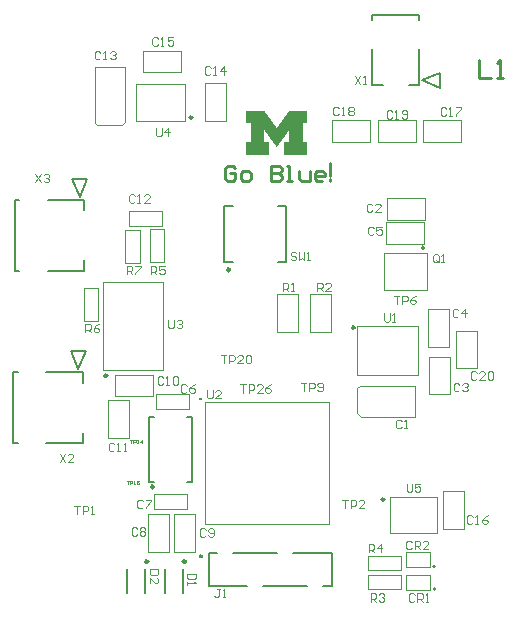
<source format=gto>
G04*
G04 #@! TF.GenerationSoftware,Altium Limited,Altium Designer,23.7.1 (13)*
G04*
G04 Layer_Color=65535*
%FSLAX25Y25*%
%MOIN*%
G70*
G04*
G04 #@! TF.SameCoordinates,FE150CF2-D92F-4AEA-AE3F-07D5F2836877*
G04*
G04*
G04 #@! TF.FilePolarity,Positive*
G04*
G01*
G75*
%ADD10C,0.01000*%
%ADD11C,0.00600*%
%ADD12C,0.00394*%
%ADD13C,0.00500*%
G36*
X82328Y171668D02*
X87636D01*
Y171633D01*
X87653D01*
Y171615D01*
X87671D01*
Y171580D01*
X87689D01*
Y171562D01*
X87706D01*
Y171545D01*
X87724D01*
Y171509D01*
X87742D01*
Y171492D01*
X87759D01*
Y171474D01*
X87777D01*
Y171439D01*
X87795D01*
Y171421D01*
X87812D01*
Y171386D01*
X87830D01*
Y171368D01*
X87848D01*
Y171351D01*
X87865D01*
Y171316D01*
X87883D01*
Y171298D01*
X87900D01*
Y171280D01*
X87918D01*
Y171245D01*
X87936D01*
Y171227D01*
X87953D01*
Y171192D01*
X87971D01*
Y171174D01*
X87989D01*
Y171157D01*
X88006D01*
Y171122D01*
X88024D01*
Y171104D01*
X88042D01*
Y171069D01*
X88059D01*
Y171051D01*
X88077D01*
Y171033D01*
X88094D01*
Y170998D01*
X88112D01*
Y170980D01*
X88130D01*
Y170963D01*
X88147D01*
Y170928D01*
X88165D01*
Y170910D01*
X88182D01*
Y170875D01*
X88200D01*
Y170857D01*
X88218D01*
Y170839D01*
X88235D01*
Y170804D01*
X88253D01*
Y170786D01*
X88271D01*
Y170751D01*
X88288D01*
Y170733D01*
X88306D01*
Y170716D01*
X88324D01*
Y170681D01*
X88341D01*
Y170663D01*
X88359D01*
Y170645D01*
X88376D01*
Y170610D01*
X88394D01*
Y170592D01*
X88412D01*
Y170557D01*
X88429D01*
Y170540D01*
X88447D01*
Y170522D01*
X88465D01*
Y170487D01*
X88482D01*
Y170469D01*
X88500D01*
Y170451D01*
X88518D01*
Y170416D01*
X88535D01*
Y170398D01*
X88553D01*
Y170363D01*
X88570D01*
Y170346D01*
X88588D01*
Y170328D01*
X88606D01*
Y170293D01*
X88623D01*
Y170275D01*
X88641D01*
Y170240D01*
X88659D01*
Y170222D01*
X88676D01*
Y170204D01*
X88694D01*
Y170169D01*
X88712D01*
Y170152D01*
X88729D01*
Y170134D01*
X88747D01*
Y170099D01*
X88764D01*
Y170081D01*
X88782D01*
Y170046D01*
X88800D01*
Y170028D01*
X88817D01*
Y170011D01*
X88835D01*
Y169975D01*
X88853D01*
Y169958D01*
X88870D01*
Y169940D01*
X88888D01*
Y169905D01*
X88906D01*
Y169887D01*
X88923D01*
Y169852D01*
X88941D01*
Y169834D01*
X88958D01*
Y169817D01*
X88976D01*
Y169781D01*
X88994D01*
Y169764D01*
X89011D01*
Y169728D01*
X89029D01*
Y169711D01*
X89047D01*
Y169693D01*
X89064D01*
Y169658D01*
X89082D01*
Y169640D01*
X89100D01*
Y169623D01*
X89117D01*
Y169587D01*
X89135D01*
Y169570D01*
X89152D01*
Y169535D01*
X89170D01*
Y169517D01*
X89188D01*
Y169499D01*
X89205D01*
Y169464D01*
X89223D01*
Y169446D01*
X89240D01*
Y169411D01*
X89258D01*
Y169393D01*
X89276D01*
Y169376D01*
X89293D01*
Y169341D01*
X89311D01*
Y169323D01*
X89329D01*
Y169305D01*
X89346D01*
Y169270D01*
X89364D01*
Y169252D01*
X89382D01*
Y169217D01*
X89399D01*
Y169199D01*
X89417D01*
Y169182D01*
X89434D01*
Y169147D01*
X89452D01*
Y169129D01*
X89470D01*
Y169111D01*
X89487D01*
Y169076D01*
X89505D01*
Y169058D01*
X89523D01*
Y169023D01*
X89540D01*
Y169006D01*
X89558D01*
Y168988D01*
X89576D01*
Y168953D01*
X89593D01*
Y168935D01*
X89611D01*
Y168900D01*
X89628D01*
Y168882D01*
X89646D01*
Y168864D01*
X89664D01*
Y168829D01*
X89681D01*
Y168812D01*
X89699D01*
Y168794D01*
X89717D01*
Y168759D01*
X89734D01*
Y168741D01*
X89752D01*
Y168706D01*
X89770D01*
Y168688D01*
X89787D01*
Y168670D01*
X89805D01*
Y168635D01*
X89822D01*
Y168617D01*
X89840D01*
Y168600D01*
X89858D01*
Y168565D01*
X89875D01*
Y168547D01*
X89893D01*
Y168512D01*
X89911D01*
Y168494D01*
X89928D01*
Y168476D01*
X89946D01*
Y168441D01*
X89964D01*
Y168424D01*
X89981D01*
Y168388D01*
X89999D01*
Y168371D01*
X90016D01*
Y168353D01*
X90034D01*
Y168318D01*
X90052D01*
Y168300D01*
X90069D01*
Y168282D01*
X90087D01*
Y168247D01*
X90105D01*
Y168230D01*
X90122D01*
Y168194D01*
X90140D01*
Y168177D01*
X90158D01*
Y168159D01*
X90175D01*
Y168124D01*
X90193D01*
Y168106D01*
X90210D01*
Y168071D01*
X90228D01*
Y168053D01*
X90246D01*
Y168036D01*
X90263D01*
Y168000D01*
X90281D01*
Y167983D01*
X90298D01*
Y167965D01*
X90316D01*
Y167930D01*
X90334D01*
Y167912D01*
X90351D01*
Y167877D01*
X90369D01*
Y167859D01*
X90387D01*
Y167842D01*
X90404D01*
Y167806D01*
X90422D01*
Y167789D01*
X90440D01*
Y167771D01*
X90457D01*
Y167736D01*
X90475D01*
Y167718D01*
X90492D01*
Y167683D01*
X90510D01*
Y167665D01*
X90528D01*
Y167648D01*
X90545D01*
Y167612D01*
X90563D01*
Y167595D01*
X90581D01*
Y167560D01*
X90598D01*
Y167542D01*
X90616D01*
Y167524D01*
X90634D01*
Y167489D01*
X90651D01*
Y167471D01*
X90669D01*
Y167454D01*
X90687D01*
Y167419D01*
X90704D01*
Y167401D01*
X90722D01*
Y167366D01*
X90739D01*
Y167348D01*
X90757D01*
Y167330D01*
X90775D01*
Y167295D01*
X90792D01*
Y167277D01*
X90810D01*
Y167242D01*
X90828D01*
Y167225D01*
X90845D01*
Y167207D01*
X90863D01*
Y167172D01*
X90880D01*
Y167154D01*
X90898D01*
Y167136D01*
X90916D01*
Y167101D01*
X90933D01*
Y167083D01*
X90951D01*
Y167048D01*
X90969D01*
Y167031D01*
X90986D01*
Y167013D01*
X91004D01*
Y166978D01*
X91022D01*
Y166960D01*
X91039D01*
Y166942D01*
X91057D01*
Y166907D01*
X91074D01*
Y166890D01*
X91092D01*
Y166854D01*
X91110D01*
Y166837D01*
X91127D01*
Y166819D01*
X91145D01*
Y166784D01*
X91163D01*
Y166766D01*
X91180D01*
Y166731D01*
X91198D01*
Y166713D01*
X91215D01*
Y166695D01*
X91233D01*
Y166660D01*
X91251D01*
Y166643D01*
X91268D01*
Y166625D01*
X91286D01*
Y166590D01*
X91304D01*
Y166572D01*
X91321D01*
Y166537D01*
X91339D01*
Y166519D01*
X91357D01*
Y166501D01*
X91374D01*
Y166466D01*
X91392D01*
Y166449D01*
X91409D01*
Y166431D01*
X91427D01*
Y166396D01*
X91445D01*
Y166378D01*
X91462D01*
Y166343D01*
X91480D01*
Y166325D01*
X91498D01*
Y166307D01*
X91515D01*
Y166272D01*
X91533D01*
Y166255D01*
X91550D01*
Y166219D01*
X91568D01*
Y166202D01*
X91586D01*
Y166184D01*
X91603D01*
Y166149D01*
X91621D01*
Y166131D01*
X91639D01*
Y166114D01*
X91656D01*
Y166078D01*
X91674D01*
Y166061D01*
X91692D01*
Y166025D01*
X91709D01*
Y166008D01*
X91727D01*
Y165990D01*
X91745D01*
Y165955D01*
X91762D01*
Y165937D01*
X91780D01*
Y165920D01*
X91815D01*
Y165955D01*
X91833D01*
Y165972D01*
X91850D01*
Y165990D01*
X91868D01*
Y166025D01*
X91886D01*
Y166043D01*
X91903D01*
Y166078D01*
X91921D01*
Y166096D01*
X91939D01*
Y166114D01*
X91956D01*
Y166149D01*
X91974D01*
Y166166D01*
X91991D01*
Y166184D01*
X92009D01*
Y166219D01*
X92027D01*
Y166237D01*
X92044D01*
Y166272D01*
X92062D01*
Y166290D01*
X92080D01*
Y166307D01*
X92097D01*
Y166343D01*
X92115D01*
Y166360D01*
X92132D01*
Y166396D01*
X92150D01*
Y166413D01*
X92168D01*
Y166431D01*
X92185D01*
Y166466D01*
X92203D01*
Y166484D01*
X92221D01*
Y166501D01*
X92238D01*
Y166537D01*
X92256D01*
Y166554D01*
X92273D01*
Y166590D01*
X92291D01*
Y166607D01*
X92309D01*
Y166625D01*
X92326D01*
Y166660D01*
X92344D01*
Y166678D01*
X92362D01*
Y166713D01*
X92379D01*
Y166731D01*
X92397D01*
Y166748D01*
X92415D01*
Y166784D01*
X92432D01*
Y166801D01*
X92450D01*
Y166819D01*
X92467D01*
Y166854D01*
X92485D01*
Y166872D01*
X92503D01*
Y166907D01*
X92520D01*
Y166925D01*
X92538D01*
Y166942D01*
X92556D01*
Y166978D01*
X92573D01*
Y166995D01*
X92591D01*
Y167013D01*
X92608D01*
Y167048D01*
X92626D01*
Y167066D01*
X92644D01*
Y167101D01*
X92661D01*
Y167119D01*
X92679D01*
Y167136D01*
X92697D01*
Y167172D01*
X92714D01*
Y167189D01*
X92732D01*
Y167225D01*
X92750D01*
Y167242D01*
X92767D01*
Y167260D01*
X92785D01*
Y167295D01*
X92803D01*
Y167313D01*
X92820D01*
Y167330D01*
X92838D01*
Y167366D01*
X92855D01*
Y167383D01*
X92873D01*
Y167419D01*
X92891D01*
Y167436D01*
X92908D01*
Y167454D01*
X92926D01*
Y167489D01*
X92944D01*
Y167507D01*
X92961D01*
Y167524D01*
X92979D01*
Y167560D01*
X92997D01*
Y167577D01*
X93014D01*
Y167612D01*
X93032D01*
Y167630D01*
X93049D01*
Y167648D01*
X93067D01*
Y167683D01*
X93085D01*
Y167701D01*
X93102D01*
Y167736D01*
X93120D01*
Y167754D01*
X93138D01*
Y167771D01*
X93155D01*
Y167806D01*
X93173D01*
Y167824D01*
X93190D01*
Y167842D01*
X93208D01*
Y167877D01*
X93226D01*
Y167895D01*
X93243D01*
Y167930D01*
X93261D01*
Y167947D01*
X93279D01*
Y167965D01*
X93296D01*
Y168000D01*
X93314D01*
Y168018D01*
X93331D01*
Y168053D01*
X93349D01*
Y168071D01*
X93367D01*
Y168088D01*
X93384D01*
Y168124D01*
X93402D01*
Y168141D01*
X93420D01*
Y168159D01*
X93437D01*
Y168194D01*
X93455D01*
Y168212D01*
X93473D01*
Y168247D01*
X93490D01*
Y168265D01*
X93508D01*
Y168282D01*
X93525D01*
Y168318D01*
X93543D01*
Y168335D01*
X93561D01*
Y168353D01*
X93578D01*
Y168388D01*
X93596D01*
Y168406D01*
X93614D01*
Y168441D01*
X93631D01*
Y168459D01*
X93649D01*
Y168476D01*
X93666D01*
Y168512D01*
X93684D01*
Y168529D01*
X93702D01*
Y168565D01*
X93719D01*
Y168582D01*
X93737D01*
Y168600D01*
X93755D01*
Y168635D01*
X93772D01*
Y168653D01*
X93790D01*
Y168670D01*
X93808D01*
Y168706D01*
X93825D01*
Y168723D01*
X93843D01*
Y168759D01*
X93861D01*
Y168776D01*
X93878D01*
Y168794D01*
X93896D01*
Y168829D01*
X93913D01*
Y168847D01*
X93931D01*
Y168864D01*
X93949D01*
Y168900D01*
X93966D01*
Y168917D01*
X93984D01*
Y168953D01*
X94002D01*
Y168970D01*
X94019D01*
Y168988D01*
X94037D01*
Y169023D01*
X94055D01*
Y169041D01*
X94072D01*
Y169076D01*
X94090D01*
Y169094D01*
X94107D01*
Y169111D01*
X94125D01*
Y169147D01*
X94143D01*
Y169164D01*
X94160D01*
Y169182D01*
X94178D01*
Y169217D01*
X94195D01*
Y169235D01*
X94213D01*
Y169270D01*
X94231D01*
Y169288D01*
X94248D01*
Y169305D01*
X94266D01*
Y169341D01*
X94284D01*
Y169358D01*
X94301D01*
Y169393D01*
X94319D01*
Y169411D01*
X94337D01*
Y169429D01*
X94354D01*
Y169464D01*
X94372D01*
Y169482D01*
X94389D01*
Y169499D01*
X94407D01*
Y169535D01*
X94425D01*
Y169552D01*
X94442D01*
Y169587D01*
X94460D01*
Y169605D01*
X94478D01*
Y169623D01*
X94495D01*
Y169658D01*
X94513D01*
Y169676D01*
X94531D01*
Y169693D01*
X94548D01*
Y169728D01*
X94566D01*
Y169746D01*
X94583D01*
Y169781D01*
X94601D01*
Y169799D01*
X94619D01*
Y169817D01*
X94636D01*
Y169852D01*
X94654D01*
Y169869D01*
X94672D01*
Y169905D01*
X94689D01*
Y169922D01*
X94707D01*
Y169940D01*
X94725D01*
Y169975D01*
X94742D01*
Y169993D01*
X94760D01*
Y170011D01*
X94777D01*
Y170046D01*
X94795D01*
Y170063D01*
X94813D01*
Y170099D01*
X94830D01*
Y170116D01*
X94848D01*
Y170134D01*
X94866D01*
Y170169D01*
X94883D01*
Y170187D01*
X94901D01*
Y170204D01*
X94919D01*
Y170240D01*
X94936D01*
Y170257D01*
X94954D01*
Y170293D01*
X94971D01*
Y170310D01*
X94989D01*
Y170328D01*
X95007D01*
Y170363D01*
X95024D01*
Y170381D01*
X95042D01*
Y170416D01*
X95060D01*
Y170434D01*
X95077D01*
Y170451D01*
X95095D01*
Y170487D01*
X95113D01*
Y170504D01*
X95130D01*
Y170522D01*
X95148D01*
Y170557D01*
X95165D01*
Y170575D01*
X95183D01*
Y170610D01*
X95201D01*
Y170628D01*
X95218D01*
Y170645D01*
X95236D01*
Y170681D01*
X95253D01*
Y170698D01*
X95271D01*
Y170733D01*
X95289D01*
Y170751D01*
X95306D01*
Y170769D01*
X95324D01*
Y170804D01*
X95342D01*
Y170822D01*
X95359D01*
Y170839D01*
X95377D01*
Y170875D01*
X95395D01*
Y170892D01*
X95412D01*
Y170928D01*
X95430D01*
Y170945D01*
X95447D01*
Y170963D01*
X95465D01*
Y170998D01*
X95483D01*
Y171016D01*
X95500D01*
Y171033D01*
X95518D01*
Y171069D01*
X95536D01*
Y171086D01*
X95553D01*
Y171122D01*
X95571D01*
Y171139D01*
X95589D01*
Y171157D01*
X95606D01*
Y171192D01*
X95624D01*
Y171210D01*
X95641D01*
Y171245D01*
X95659D01*
Y171263D01*
X95677D01*
Y171280D01*
X95694D01*
Y171316D01*
X95712D01*
Y171333D01*
X95730D01*
Y171351D01*
X95747D01*
Y171386D01*
X95765D01*
Y171404D01*
X95783D01*
Y171439D01*
X95800D01*
Y171457D01*
X95818D01*
Y171474D01*
X95836D01*
Y171509D01*
X95853D01*
Y171527D01*
X95871D01*
Y171562D01*
X95888D01*
Y171580D01*
X95906D01*
Y171598D01*
X95924D01*
Y171633D01*
X95941D01*
Y171651D01*
X95959D01*
Y171668D01*
X102007D01*
Y167560D01*
X100455D01*
Y167542D01*
X100438D01*
Y161159D01*
X102007D01*
Y157050D01*
X94319D01*
Y161159D01*
X95977D01*
Y165302D01*
X95959D01*
Y165285D01*
X95941D01*
Y165250D01*
X95924D01*
Y165232D01*
X95906D01*
Y165214D01*
X95888D01*
Y165179D01*
X95871D01*
Y165161D01*
X95853D01*
Y165126D01*
X95836D01*
Y165109D01*
X95818D01*
Y165091D01*
X95800D01*
Y165056D01*
X95783D01*
Y165038D01*
X95765D01*
Y165020D01*
X95747D01*
Y164985D01*
X95730D01*
Y164967D01*
X95712D01*
Y164932D01*
X95694D01*
Y164915D01*
X95677D01*
Y164897D01*
X95659D01*
Y164862D01*
X95641D01*
Y164844D01*
X95624D01*
Y164826D01*
X95606D01*
Y164791D01*
X95589D01*
Y164773D01*
X95571D01*
Y164756D01*
X95553D01*
Y164720D01*
X95536D01*
Y164703D01*
X95518D01*
Y164668D01*
X95500D01*
Y164650D01*
X95483D01*
Y164632D01*
X95465D01*
Y164597D01*
X95447D01*
Y164579D01*
X95430D01*
Y164562D01*
X95412D01*
Y164527D01*
X95395D01*
Y164509D01*
X95377D01*
Y164491D01*
X95359D01*
Y164456D01*
X95342D01*
Y164438D01*
X95324D01*
Y164403D01*
X95306D01*
Y164385D01*
X95289D01*
Y164368D01*
X95271D01*
Y164333D01*
X95253D01*
Y164315D01*
X95236D01*
Y164297D01*
X95218D01*
Y164262D01*
X95201D01*
Y164244D01*
X95183D01*
Y164209D01*
X95165D01*
Y164191D01*
X95148D01*
Y164174D01*
X95130D01*
Y164139D01*
X95113D01*
Y164121D01*
X95095D01*
Y164103D01*
X95077D01*
Y164068D01*
X95060D01*
Y164050D01*
X95042D01*
Y164033D01*
X95024D01*
Y163998D01*
X95007D01*
Y163980D01*
X94989D01*
Y163945D01*
X94971D01*
Y163927D01*
X94954D01*
Y163909D01*
X94936D01*
Y163874D01*
X94919D01*
Y163856D01*
X94901D01*
Y163839D01*
X94883D01*
Y163804D01*
X94866D01*
Y163786D01*
X94848D01*
Y163751D01*
X94830D01*
Y163733D01*
X94813D01*
Y163715D01*
X94795D01*
Y163680D01*
X94777D01*
Y163663D01*
X94760D01*
Y163645D01*
X94742D01*
Y163610D01*
X94725D01*
Y163592D01*
X94707D01*
Y163574D01*
X94689D01*
Y163539D01*
X94672D01*
Y163522D01*
X94654D01*
Y163486D01*
X94636D01*
Y163469D01*
X94619D01*
Y163451D01*
X94601D01*
Y163416D01*
X94583D01*
Y163398D01*
X94566D01*
Y163380D01*
X94548D01*
Y163345D01*
X94531D01*
Y163328D01*
X94513D01*
Y163310D01*
X94495D01*
Y163275D01*
X94478D01*
Y163257D01*
X94460D01*
Y163222D01*
X94442D01*
Y163204D01*
X94425D01*
Y163186D01*
X94407D01*
Y163151D01*
X94389D01*
Y163134D01*
X94372D01*
Y163116D01*
X94354D01*
Y163081D01*
X94337D01*
Y163063D01*
X94319D01*
Y163028D01*
X94301D01*
Y163010D01*
X94284D01*
Y162993D01*
X94266D01*
Y162957D01*
X94248D01*
Y162940D01*
X94231D01*
Y162922D01*
X94213D01*
Y162887D01*
X94195D01*
Y162869D01*
X94178D01*
Y162851D01*
X94160D01*
Y162816D01*
X94143D01*
Y162799D01*
X94125D01*
Y162763D01*
X94107D01*
Y162746D01*
X94090D01*
Y162728D01*
X94072D01*
Y162693D01*
X94055D01*
Y162675D01*
X94037D01*
Y162657D01*
X94019D01*
Y162622D01*
X94002D01*
Y162604D01*
X93984D01*
Y162569D01*
X93966D01*
Y162552D01*
X93949D01*
Y162534D01*
X93931D01*
Y162499D01*
X93913D01*
Y162481D01*
X93896D01*
Y162463D01*
X93878D01*
Y162428D01*
X93861D01*
Y162410D01*
X93843D01*
Y162393D01*
X93825D01*
Y162358D01*
X93808D01*
Y162340D01*
X93790D01*
Y162305D01*
X93772D01*
Y162287D01*
X93755D01*
Y162269D01*
X93737D01*
Y162234D01*
X93719D01*
Y162217D01*
X93702D01*
Y162199D01*
X93684D01*
Y162164D01*
X93666D01*
Y162146D01*
X93649D01*
Y162128D01*
X93631D01*
Y162093D01*
X93614D01*
Y162075D01*
X93596D01*
Y162040D01*
X93578D01*
Y162023D01*
X93561D01*
Y162005D01*
X93543D01*
Y161970D01*
X93525D01*
Y161952D01*
X93508D01*
Y161934D01*
X93490D01*
Y161899D01*
X93473D01*
Y161881D01*
X93455D01*
Y161846D01*
X93437D01*
Y161829D01*
X93420D01*
Y161811D01*
X93402D01*
Y161776D01*
X93384D01*
Y161758D01*
X93367D01*
Y161741D01*
X93349D01*
Y161705D01*
X93331D01*
Y161688D01*
X93314D01*
Y161670D01*
X93296D01*
Y161635D01*
X93279D01*
Y161617D01*
X93261D01*
Y161582D01*
X93243D01*
Y161564D01*
X93226D01*
Y161547D01*
X93208D01*
Y161511D01*
X93190D01*
Y161494D01*
X93173D01*
Y161476D01*
X93155D01*
Y161441D01*
X93138D01*
Y161423D01*
X93120D01*
Y161388D01*
X93102D01*
Y161370D01*
X93085D01*
Y161353D01*
X93067D01*
Y161317D01*
X93049D01*
Y161300D01*
X93032D01*
Y161282D01*
X93014D01*
Y161247D01*
X92997D01*
Y161229D01*
X92979D01*
Y161212D01*
X92961D01*
Y161176D01*
X92944D01*
Y161159D01*
X92926D01*
Y161123D01*
X92908D01*
Y161106D01*
X92891D01*
Y161088D01*
X92873D01*
Y161053D01*
X92855D01*
Y161035D01*
X92838D01*
Y161018D01*
X92820D01*
Y160982D01*
X92803D01*
Y160965D01*
X92785D01*
Y160947D01*
X92767D01*
Y160912D01*
X92750D01*
Y160894D01*
X92732D01*
Y160859D01*
X92714D01*
Y160841D01*
X92697D01*
Y160824D01*
X92679D01*
Y160788D01*
X92661D01*
Y160771D01*
X92644D01*
Y160753D01*
X92626D01*
Y160718D01*
X92608D01*
Y160700D01*
X92591D01*
Y160665D01*
X92573D01*
Y160647D01*
X92556D01*
Y160630D01*
X92538D01*
Y160594D01*
X92520D01*
Y160577D01*
X92503D01*
Y160559D01*
X92485D01*
Y160524D01*
X92467D01*
Y160506D01*
X92450D01*
Y160488D01*
X92432D01*
Y160453D01*
X92415D01*
Y160436D01*
X92397D01*
Y160400D01*
X92379D01*
Y160383D01*
X92362D01*
Y160365D01*
X92344D01*
Y160330D01*
X92326D01*
Y160312D01*
X92309D01*
Y160294D01*
X92291D01*
Y160259D01*
X92273D01*
Y160242D01*
X92256D01*
Y160206D01*
X92238D01*
Y160189D01*
X92221D01*
Y160171D01*
X92203D01*
Y160136D01*
X92185D01*
Y160118D01*
X92168D01*
Y160101D01*
X92150D01*
Y160065D01*
X92132D01*
Y160048D01*
X92115D01*
Y160030D01*
X92097D01*
Y159995D01*
X92080D01*
Y159977D01*
X92062D01*
Y159942D01*
X92044D01*
Y159924D01*
X92027D01*
Y159907D01*
X92009D01*
Y159871D01*
X91991D01*
Y159854D01*
X91974D01*
Y159836D01*
X91956D01*
Y159801D01*
X91939D01*
Y159783D01*
X91921D01*
Y159766D01*
X91903D01*
Y159730D01*
X91886D01*
Y159713D01*
X91868D01*
Y159677D01*
X91850D01*
Y159660D01*
X91833D01*
Y159642D01*
X91815D01*
Y159607D01*
X91780D01*
Y159625D01*
X91762D01*
Y159642D01*
X91745D01*
Y159677D01*
X91727D01*
Y159695D01*
X91709D01*
Y159713D01*
X91692D01*
Y159748D01*
X91674D01*
Y159766D01*
X91656D01*
Y159783D01*
X91639D01*
Y159818D01*
X91621D01*
Y159836D01*
X91603D01*
Y159871D01*
X91586D01*
Y159889D01*
X91568D01*
Y159907D01*
X91550D01*
Y159942D01*
X91533D01*
Y159959D01*
X91515D01*
Y159977D01*
X91498D01*
Y160012D01*
X91480D01*
Y160030D01*
X91462D01*
Y160065D01*
X91445D01*
Y160083D01*
X91427D01*
Y160101D01*
X91409D01*
Y160136D01*
X91392D01*
Y160153D01*
X91374D01*
Y160171D01*
X91357D01*
Y160206D01*
X91339D01*
Y160224D01*
X91321D01*
Y160242D01*
X91304D01*
Y160277D01*
X91286D01*
Y160294D01*
X91268D01*
Y160330D01*
X91251D01*
Y160347D01*
X91233D01*
Y160365D01*
X91215D01*
Y160400D01*
X91198D01*
Y160418D01*
X91180D01*
Y160436D01*
X91163D01*
Y160471D01*
X91145D01*
Y160488D01*
X91127D01*
Y160506D01*
X91110D01*
Y160541D01*
X91092D01*
Y160559D01*
X91074D01*
Y160594D01*
X91057D01*
Y160612D01*
X91039D01*
Y160630D01*
X91022D01*
Y160665D01*
X91004D01*
Y160682D01*
X90986D01*
Y160700D01*
X90969D01*
Y160735D01*
X90951D01*
Y160753D01*
X90933D01*
Y160788D01*
X90916D01*
Y160806D01*
X90898D01*
Y160824D01*
X90880D01*
Y160859D01*
X90863D01*
Y160876D01*
X90845D01*
Y160894D01*
X90828D01*
Y160929D01*
X90810D01*
Y160947D01*
X90792D01*
Y160965D01*
X90775D01*
Y161000D01*
X90757D01*
Y161018D01*
X90739D01*
Y161053D01*
X90722D01*
Y161070D01*
X90704D01*
Y161088D01*
X90687D01*
Y161123D01*
X90669D01*
Y161141D01*
X90651D01*
Y161159D01*
X90634D01*
Y161194D01*
X90616D01*
Y161212D01*
X90598D01*
Y161229D01*
X90581D01*
Y161264D01*
X90563D01*
Y161282D01*
X90545D01*
Y161317D01*
X90528D01*
Y161335D01*
X90510D01*
Y161353D01*
X90492D01*
Y161388D01*
X90475D01*
Y161405D01*
X90457D01*
Y161423D01*
X90440D01*
Y161458D01*
X90422D01*
Y161476D01*
X90404D01*
Y161511D01*
X90387D01*
Y161529D01*
X90369D01*
Y161547D01*
X90351D01*
Y161582D01*
X90334D01*
Y161599D01*
X90316D01*
Y161617D01*
X90298D01*
Y161652D01*
X90281D01*
Y161670D01*
X90263D01*
Y161688D01*
X90246D01*
Y161723D01*
X90228D01*
Y161741D01*
X90210D01*
Y161776D01*
X90193D01*
Y161793D01*
X90175D01*
Y161811D01*
X90158D01*
Y161846D01*
X90140D01*
Y161864D01*
X90122D01*
Y161881D01*
X90105D01*
Y161917D01*
X90087D01*
Y161934D01*
X90069D01*
Y161970D01*
X90052D01*
Y161987D01*
X90034D01*
Y162005D01*
X90016D01*
Y162040D01*
X89999D01*
Y162058D01*
X89981D01*
Y162075D01*
X89964D01*
Y162111D01*
X89946D01*
Y162128D01*
X89928D01*
Y162146D01*
X89911D01*
Y162181D01*
X89893D01*
Y162199D01*
X89875D01*
Y162234D01*
X89858D01*
Y162252D01*
X89840D01*
Y162269D01*
X89822D01*
Y162305D01*
X89805D01*
Y162322D01*
X89787D01*
Y162340D01*
X89770D01*
Y162375D01*
X89752D01*
Y162393D01*
X89734D01*
Y162410D01*
X89717D01*
Y162446D01*
X89699D01*
Y162463D01*
X89681D01*
Y162499D01*
X89664D01*
Y162516D01*
X89646D01*
Y162534D01*
X89628D01*
Y162569D01*
X89611D01*
Y162587D01*
X89593D01*
Y162604D01*
X89576D01*
Y162640D01*
X89558D01*
Y162657D01*
X89540D01*
Y162693D01*
X89523D01*
Y162710D01*
X89505D01*
Y162728D01*
X89487D01*
Y162763D01*
X89470D01*
Y162781D01*
X89452D01*
Y162799D01*
X89434D01*
Y162834D01*
X89417D01*
Y162851D01*
X89399D01*
Y162869D01*
X89382D01*
Y162904D01*
X89364D01*
Y162922D01*
X89346D01*
Y162957D01*
X89329D01*
Y162975D01*
X89311D01*
Y162993D01*
X89293D01*
Y163028D01*
X89276D01*
Y163045D01*
X89258D01*
Y163063D01*
X89240D01*
Y163098D01*
X89223D01*
Y163116D01*
X89205D01*
Y163151D01*
X89188D01*
Y163169D01*
X89170D01*
Y163186D01*
X89152D01*
Y163222D01*
X89135D01*
Y163239D01*
X89117D01*
Y163257D01*
X89100D01*
Y163292D01*
X89082D01*
Y163310D01*
X89064D01*
Y163328D01*
X89047D01*
Y163363D01*
X89029D01*
Y163380D01*
X89011D01*
Y163416D01*
X88994D01*
Y163433D01*
X88976D01*
Y163451D01*
X88958D01*
Y163486D01*
X88941D01*
Y163504D01*
X88923D01*
Y163522D01*
X88906D01*
Y163557D01*
X88888D01*
Y163574D01*
X88870D01*
Y163592D01*
X88853D01*
Y163627D01*
X88835D01*
Y163645D01*
X88817D01*
Y163680D01*
X88800D01*
Y163698D01*
X88782D01*
Y163715D01*
X88764D01*
Y163751D01*
X88747D01*
Y163768D01*
X88729D01*
Y163786D01*
X88712D01*
Y163821D01*
X88694D01*
Y163839D01*
X88676D01*
Y163874D01*
X88659D01*
Y163892D01*
X88641D01*
Y163909D01*
X88623D01*
Y163945D01*
X88606D01*
Y163962D01*
X88588D01*
Y163980D01*
X88570D01*
Y164015D01*
X88553D01*
Y164033D01*
X88535D01*
Y164050D01*
X88518D01*
Y164086D01*
X88500D01*
Y164103D01*
X88482D01*
Y164139D01*
X88465D01*
Y164156D01*
X88447D01*
Y164174D01*
X88429D01*
Y164209D01*
X88412D01*
Y164227D01*
X88394D01*
Y164244D01*
X88376D01*
Y164280D01*
X88359D01*
Y164297D01*
X88341D01*
Y164315D01*
X88324D01*
Y164350D01*
X88306D01*
Y164368D01*
X88288D01*
Y164403D01*
X88271D01*
Y164421D01*
X88253D01*
Y164438D01*
X88235D01*
Y164474D01*
X88218D01*
Y164491D01*
X88200D01*
Y164509D01*
X88182D01*
Y164544D01*
X88165D01*
Y164562D01*
X88147D01*
Y164597D01*
X88130D01*
Y164615D01*
X88112D01*
Y164632D01*
X88094D01*
Y164668D01*
X88077D01*
Y164685D01*
X88059D01*
Y164703D01*
X88042D01*
Y164738D01*
X88024D01*
Y164756D01*
X88006D01*
Y164773D01*
X87989D01*
Y164809D01*
X87971D01*
Y164826D01*
X87953D01*
Y164862D01*
X87936D01*
Y164879D01*
X87918D01*
Y164897D01*
X87900D01*
Y164932D01*
X87883D01*
Y164950D01*
X87865D01*
Y164967D01*
X87848D01*
Y165003D01*
X87830D01*
Y165020D01*
X87812D01*
Y165056D01*
X87795D01*
Y165073D01*
X87777D01*
Y165091D01*
X87759D01*
Y165126D01*
X87742D01*
Y165144D01*
X87724D01*
Y165161D01*
X87706D01*
Y165197D01*
X87689D01*
Y165214D01*
X87671D01*
Y165232D01*
X87653D01*
Y165267D01*
X87636D01*
Y165285D01*
X87618D01*
Y165302D01*
X87601D01*
Y161159D01*
X89276D01*
Y157050D01*
X81570D01*
Y161159D01*
X83139D01*
Y167542D01*
X83122D01*
Y167560D01*
X81570D01*
Y171668D01*
X82311D01*
X82328D01*
D02*
G37*
D10*
X66311Y75578D02*
G03*
X66339Y75661I-111J84D01*
G01*
X50846Y46347D02*
G03*
X50846Y46347I-500J0D01*
G01*
X61480Y21461D02*
G03*
X61480Y21461I-500J0D01*
G01*
X66794Y23194D02*
G03*
X66794Y23194I-278J0D01*
G01*
X48882Y21461D02*
G03*
X48882Y21461I-500J0D01*
G01*
X76146Y118709D02*
G03*
X76146Y118709I-500J0D01*
G01*
X63571Y169465D02*
G03*
X63571Y169465I-394J0D01*
G01*
X127559Y42126D02*
G03*
X127559Y42126I-394J0D01*
G01*
X140945Y125984D02*
G03*
X140945Y125984I-394J0D01*
G01*
X117717Y99410D02*
G03*
X117717Y99410I-394J0D01*
G01*
X35354Y83417D02*
G03*
X35354Y83417I-500J0D01*
G01*
X159300Y188498D02*
Y182500D01*
X163299D01*
X165298D02*
X167297D01*
X166298D01*
Y188498D01*
X165298Y187498D01*
X78033Y152508D02*
X77180Y153360D01*
X75475D01*
X74622Y152508D01*
Y149097D01*
X75475Y148244D01*
X77180D01*
X78033Y149097D01*
Y150802D01*
X76328D01*
X80591Y148244D02*
X82297D01*
X83149Y149097D01*
Y150802D01*
X82297Y151655D01*
X80591D01*
X79738Y150802D01*
Y149097D01*
X80591Y148244D01*
X89971Y153360D02*
Y148244D01*
X92530D01*
X93382Y149097D01*
Y149950D01*
X92530Y150802D01*
X89971D01*
X92530D01*
X93382Y151655D01*
Y152508D01*
X92530Y153360D01*
X89971D01*
X95088Y148244D02*
X96793D01*
X95941D01*
Y153360D01*
X95088D01*
X99352Y151655D02*
Y149097D01*
X100204Y148244D01*
X102763D01*
Y151655D01*
X107026Y148244D02*
X105321D01*
X104468Y149097D01*
Y150802D01*
X105321Y151655D01*
X107026D01*
X107879Y150802D01*
Y149950D01*
X104468D01*
X109584D02*
Y154213D01*
Y149097D02*
Y148244D01*
D11*
X144591Y12303D02*
G03*
X144591Y12303I-300J0D01*
G01*
Y19783D02*
G03*
X144591Y19783I-300J0D01*
G01*
X49147Y48096D02*
Y69596D01*
X63547Y48096D02*
Y69596D01*
X61806Y48096D02*
X63547D01*
X61806Y69596D02*
X63547D01*
X49147Y48096D02*
X50886D01*
X49147Y69596D02*
X50886D01*
X60539Y11016D02*
Y18905D01*
X54421Y11016D02*
Y18905D01*
X77107Y24265D02*
X91987D01*
X87107Y13265D02*
X101987D01*
X69047Y24265D02*
X71987D01*
X69047Y13265D02*
Y24265D01*
X97107D02*
X110047D01*
Y13265D02*
Y24265D01*
X69047Y13265D02*
X81987D01*
X107107D02*
X110047D01*
X47941Y11016D02*
Y18905D01*
X41823Y11016D02*
Y18905D01*
X92170Y121359D02*
X94996D01*
X74296D02*
X77121D01*
X74296D02*
Y140059D01*
X92170D02*
X94996D01*
Y121359D02*
Y140059D01*
X74296D02*
X77121D01*
D12*
X151575Y85827D02*
X158661D01*
Y98425D01*
X151575Y85827D02*
Y98425D01*
X158661D01*
X138189Y161417D02*
Y168504D01*
X125591D02*
X138189D01*
X125591Y161417D02*
X138189D01*
X125591D02*
Y168504D01*
X91732Y110630D02*
X98819D01*
X91732Y98032D02*
Y110630D01*
X98819Y98032D02*
Y110630D01*
X91732Y98032D02*
X98819D01*
X102756Y110630D02*
X109843D01*
X102756Y98032D02*
Y110630D01*
X109843Y98032D02*
Y110630D01*
X102756Y98032D02*
X109843D01*
X67716Y74776D02*
X109153D01*
X67716Y33831D02*
Y74776D01*
X109153Y33831D02*
Y74776D01*
X67716Y33831D02*
X109153D01*
X110236Y161417D02*
Y168504D01*
Y161417D02*
X122835D01*
X110236Y168504D02*
X122835D01*
Y161417D02*
Y168504D01*
X124409Y69685D02*
X133465D01*
X118701Y70866D02*
X119882Y69685D01*
X124409D01*
X137992D02*
Y79921D01*
X133465Y69685D02*
X137992D01*
X118701Y70866D02*
Y79134D01*
X119488Y79921D02*
X137992D01*
X118701Y79134D02*
X119488Y79921D01*
X31051Y167697D02*
X31839Y166910D01*
X31051Y167697D02*
Y186201D01*
X31839Y166910D02*
X40106D01*
X41287Y181673D02*
Y186201D01*
X31051D02*
X41287D01*
Y168091D02*
Y172618D01*
X40106Y166910D02*
X41287Y168091D01*
Y172618D02*
Y181673D01*
X61209Y168382D02*
Y180685D01*
X44969D02*
X61209D01*
X44969Y168382D02*
Y180685D01*
Y168382D02*
X61209D01*
X129527Y31004D02*
Y43110D01*
Y31004D02*
X145276D01*
Y43110D01*
X129527D02*
X145276D01*
X140551Y161417D02*
Y168504D01*
Y161417D02*
X153150D01*
X140551Y168504D02*
X153150D01*
Y161417D02*
Y168504D01*
X141091Y135413D02*
Y142500D01*
X128492D02*
X141091D01*
X128492Y135413D02*
X141091D01*
X128492D02*
Y142500D01*
X134976Y12067D02*
X142976D01*
X134976D02*
Y17067D01*
X142976D01*
Y12067D02*
Y17067D01*
X134976Y19547D02*
X142976D01*
X134976D02*
Y24547D01*
X142976D01*
Y19547D02*
Y24547D01*
X127559Y124409D02*
X141732D01*
X127559Y111811D02*
Y124409D01*
Y111811D02*
X141732D01*
Y124409D01*
X118602Y83661D02*
X138878D01*
Y99803D01*
X118602Y83661D02*
Y99803D01*
X138878D01*
X142520Y89764D02*
X149606D01*
X142520Y77165D02*
Y89764D01*
X149606Y77165D02*
Y89764D01*
X142520Y77165D02*
X149606D01*
X142126Y92913D02*
X149213D01*
Y105512D01*
X142126Y92913D02*
Y105512D01*
X149213D01*
X140909Y127429D02*
Y134516D01*
X128311D02*
X140909D01*
X128311Y127429D02*
X140909D01*
X128311D02*
Y134516D01*
X48949Y37283D02*
X56035D01*
X48949Y24685D02*
Y37283D01*
X56035Y24685D02*
Y37283D01*
X48949Y24685D02*
X56035D01*
X57579Y37268D02*
X64665D01*
X57579Y24669D02*
Y37268D01*
X64665Y24669D02*
Y37268D01*
X57579Y24669D02*
X64665D01*
X50488Y76535D02*
Y83622D01*
X37890D02*
X50488D01*
X37890Y76535D02*
X50488D01*
X37890D02*
Y83622D01*
X35453Y62614D02*
X42539D01*
Y75213D01*
X35453Y62614D02*
Y75213D01*
X42539D01*
X67894Y180929D02*
X74980D01*
X67894Y168331D02*
Y180929D01*
X74980Y168331D02*
Y180929D01*
X67894Y168331D02*
X74980D01*
X47327Y184583D02*
Y191669D01*
Y184583D02*
X59925D01*
X47327Y191669D02*
X59925D01*
Y184583D02*
Y191669D01*
X147244Y32283D02*
X154331D01*
Y44882D01*
X147244Y32283D02*
Y44882D01*
X154331D01*
X33716Y85252D02*
Y114583D01*
X53894D01*
Y85252D02*
Y114583D01*
X33716Y85252D02*
X53894D01*
X122047Y16929D02*
X133071D01*
Y12205D02*
Y16929D01*
X122047Y12205D02*
X133071D01*
X122047D02*
Y16929D01*
Y23228D02*
X133071D01*
Y18504D02*
Y23228D01*
X122047Y18504D02*
X133071D01*
X122047D02*
Y23228D01*
X49563Y121193D02*
Y132217D01*
X54287D01*
Y121193D02*
Y132217D01*
X49563Y121193D02*
X54287D01*
X32283Y101575D02*
Y112598D01*
X27559Y101575D02*
X32283D01*
X27559D02*
Y112598D01*
X32283D01*
X46091Y121059D02*
Y132083D01*
X41366Y121059D02*
X46091D01*
X41366D02*
Y132083D01*
X46091D01*
X51587Y72303D02*
Y77303D01*
X62587Y72303D02*
Y77303D01*
X51587D02*
X62587D01*
X51587Y72303D02*
X62587D01*
X50799Y38839D02*
Y43839D01*
X61799Y38839D02*
Y43839D01*
X50799D02*
X61799D01*
X50799Y38839D02*
X61799D01*
X42531Y133327D02*
Y138327D01*
X53531Y133327D02*
Y138327D01*
X42531D02*
X53531D01*
X42531Y133327D02*
X53531D01*
X158399Y84383D02*
X157940Y84842D01*
X157022D01*
X156563Y84383D01*
Y82546D01*
X157022Y82087D01*
X157940D01*
X158399Y82546D01*
X161155Y82087D02*
X159318D01*
X161155Y83924D01*
Y84383D01*
X160695Y84842D01*
X159777D01*
X159318Y84383D01*
X162073D02*
X162532Y84842D01*
X163450D01*
X163910Y84383D01*
Y82546D01*
X163450Y82087D01*
X162532D01*
X162073Y82546D01*
Y84383D01*
X130283Y171391D02*
X129824Y171850D01*
X128905D01*
X128446Y171391D01*
Y169554D01*
X128905Y169095D01*
X129824D01*
X130283Y169554D01*
X131201Y169095D02*
X132119D01*
X131660D01*
Y171850D01*
X131201Y171391D01*
X133497Y169554D02*
X133956Y169095D01*
X134874D01*
X135334Y169554D01*
Y171391D01*
X134874Y171850D01*
X133956D01*
X133497Y171391D01*
Y170932D01*
X133956Y170472D01*
X135334D01*
X113649Y41929D02*
X115486D01*
X114568D01*
Y39174D01*
X116404D02*
Y41929D01*
X117782D01*
X118241Y41469D01*
Y40551D01*
X117782Y40092D01*
X116404D01*
X120996Y39174D02*
X119159D01*
X120996Y41010D01*
Y41469D01*
X120537Y41929D01*
X119619D01*
X119159Y41469D01*
X52165Y18831D02*
X49410D01*
Y17454D01*
X49869Y16995D01*
X51706D01*
X52165Y17454D01*
Y18831D01*
X49410Y14240D02*
Y16076D01*
X51247Y14240D01*
X51706D01*
X52165Y14699D01*
Y15617D01*
X51706Y16076D01*
X64763Y17388D02*
X62008D01*
Y16010D01*
X62467Y15551D01*
X64304D01*
X64763Y16010D01*
Y17388D01*
X62008Y14633D02*
Y13714D01*
Y14174D01*
X64763D01*
X64304Y14633D01*
X98229Y124147D02*
X97770Y124606D01*
X96851D01*
X96392Y124147D01*
Y123688D01*
X96851Y123228D01*
X97770D01*
X98229Y122769D01*
Y122310D01*
X97770Y121851D01*
X96851D01*
X96392Y122310D01*
X99147Y124606D02*
Y121851D01*
X100066Y122769D01*
X100984Y121851D01*
Y124606D01*
X101902Y121851D02*
X102821D01*
X102361D01*
Y124606D01*
X101902Y124147D01*
X112456Y172521D02*
X111997Y172980D01*
X111078D01*
X110619Y172521D01*
Y170684D01*
X111078Y170225D01*
X111997D01*
X112456Y170684D01*
X113374Y170225D02*
X114293D01*
X113833D01*
Y172980D01*
X113374Y172521D01*
X115670D02*
X116129Y172980D01*
X117048D01*
X117507Y172521D01*
Y172062D01*
X117048Y171602D01*
X117507Y171143D01*
Y170684D01*
X117048Y170225D01*
X116129D01*
X115670Y170684D01*
Y171143D01*
X116129Y171602D01*
X115670Y172062D01*
Y172521D01*
X116129Y171602D02*
X117048D01*
X148231Y172387D02*
X147772Y172846D01*
X146854D01*
X146395Y172387D01*
Y170550D01*
X146854Y170091D01*
X147772D01*
X148231Y170550D01*
X149150Y170091D02*
X150068D01*
X149609D01*
Y172846D01*
X149150Y172387D01*
X151446Y172846D02*
X153282D01*
Y172387D01*
X151446Y170550D01*
Y170091D01*
X24345Y39960D02*
X26182D01*
X25263D01*
Y37205D01*
X27100D02*
Y39960D01*
X28477D01*
X28937Y39501D01*
Y38583D01*
X28477Y38124D01*
X27100D01*
X29855Y37205D02*
X30773D01*
X30314D01*
Y39960D01*
X29855Y39501D01*
X11346Y150590D02*
X13183Y147835D01*
Y150590D02*
X11346Y147835D01*
X14101Y150131D02*
X14560Y150590D01*
X15478D01*
X15938Y150131D01*
Y149672D01*
X15478Y149213D01*
X15019D01*
X15478D01*
X15938Y148753D01*
Y148294D01*
X15478Y147835D01*
X14560D01*
X14101Y148294D01*
X19421Y57248D02*
X21257Y54493D01*
Y57248D02*
X19421Y54493D01*
X24012D02*
X22176D01*
X24012Y56329D01*
Y56788D01*
X23553Y57248D01*
X22635D01*
X22176Y56788D01*
X117848Y183267D02*
X119685Y180512D01*
Y183267D02*
X117848Y180512D01*
X120603D02*
X121522D01*
X121063D01*
Y183267D01*
X120603Y182808D01*
X135106Y47440D02*
Y45145D01*
X135565Y44686D01*
X136483D01*
X136942Y45145D01*
Y47440D01*
X139697D02*
X137861D01*
Y46063D01*
X138779Y46522D01*
X139238D01*
X139697Y46063D01*
Y45145D01*
X139238Y44686D01*
X138320D01*
X137861Y45145D01*
X51539Y165909D02*
Y163613D01*
X51998Y163154D01*
X52916D01*
X53376Y163613D01*
Y165909D01*
X55671Y163154D02*
Y165909D01*
X54294Y164532D01*
X56130D01*
X55657Y101984D02*
Y99688D01*
X56116Y99229D01*
X57034D01*
X57494Y99688D01*
Y101984D01*
X58412Y101525D02*
X58871Y101984D01*
X59789D01*
X60249Y101525D01*
Y101066D01*
X59789Y100606D01*
X59330D01*
X59789D01*
X60249Y100147D01*
Y99688D01*
X59789Y99229D01*
X58871D01*
X58412Y99688D01*
X68570Y78543D02*
Y76247D01*
X69029Y75788D01*
X69948D01*
X70407Y76247D01*
Y78543D01*
X73162Y75788D02*
X71325D01*
X73162Y77624D01*
Y78084D01*
X72703Y78543D01*
X71785D01*
X71325Y78084D01*
X127596Y104196D02*
Y101901D01*
X128056Y101441D01*
X128974D01*
X129433Y101901D01*
Y104196D01*
X130351Y101441D02*
X131270D01*
X130811D01*
Y104196D01*
X130351Y103737D01*
X79701Y80515D02*
X81538D01*
X80619D01*
Y77760D01*
X82456D02*
Y80515D01*
X83834D01*
X84293Y80056D01*
Y79138D01*
X83834Y78679D01*
X82456D01*
X87048Y77760D02*
X85211D01*
X87048Y79597D01*
Y80056D01*
X86589Y80515D01*
X85670D01*
X85211Y80056D01*
X89803Y80515D02*
X88885Y80056D01*
X87966Y79138D01*
Y78219D01*
X88425Y77760D01*
X89344D01*
X89803Y78219D01*
Y78679D01*
X89344Y79138D01*
X87966D01*
X73166Y90236D02*
X75002D01*
X74084D01*
Y87481D01*
X75921D02*
Y90236D01*
X77298D01*
X77757Y89777D01*
Y88858D01*
X77298Y88399D01*
X75921D01*
X80512Y87481D02*
X78676D01*
X80512Y89317D01*
Y89777D01*
X80053Y90236D01*
X79135D01*
X78676Y89777D01*
X81431D02*
X81890Y90236D01*
X82808D01*
X83267Y89777D01*
Y87940D01*
X82808Y87481D01*
X81890D01*
X81431Y87940D01*
Y89777D01*
X41729Y48315D02*
X42516D01*
X42123D01*
Y47134D01*
X42910D02*
Y48315D01*
X43500D01*
X43697Y48118D01*
Y47724D01*
X43500Y47528D01*
X42910D01*
X44090Y47134D02*
X44484D01*
X44287D01*
Y48315D01*
X44090Y48118D01*
X45862Y48315D02*
X45074D01*
Y47724D01*
X45468Y47921D01*
X45665D01*
X45862Y47724D01*
Y47331D01*
X45665Y47134D01*
X45271D01*
X45074Y47331D01*
X42816Y62008D02*
X43603D01*
X43209D01*
Y60827D01*
X43996D02*
Y62008D01*
X44587D01*
X44783Y61811D01*
Y61417D01*
X44587Y61221D01*
X43996D01*
X45177Y60827D02*
X45571D01*
X45374D01*
Y62008D01*
X45177Y61811D01*
X46751Y60827D02*
Y62008D01*
X46161Y61417D01*
X46948D01*
X99842Y81067D02*
X101679D01*
X100761D01*
Y78312D01*
X102597D02*
Y81067D01*
X103975D01*
X104434Y80607D01*
Y79689D01*
X103975Y79230D01*
X102597D01*
X105352Y78771D02*
X105812Y78312D01*
X106730D01*
X107189Y78771D01*
Y80607D01*
X106730Y81067D01*
X105812D01*
X105352Y80607D01*
Y80148D01*
X105812Y79689D01*
X107189D01*
X130795Y110118D02*
X132632D01*
X131713D01*
Y107363D01*
X133550D02*
Y110118D01*
X134928D01*
X135387Y109659D01*
Y108740D01*
X134928Y108281D01*
X133550D01*
X138142Y110118D02*
X137223Y109659D01*
X136305Y108740D01*
Y107822D01*
X136764Y107363D01*
X137683D01*
X138142Y107822D01*
Y108281D01*
X137683Y108740D01*
X136305D01*
X41846Y117304D02*
Y120059D01*
X43223D01*
X43683Y119599D01*
Y118681D01*
X43223Y118222D01*
X41846D01*
X42764D02*
X43683Y117304D01*
X44601Y120059D02*
X46438D01*
Y119599D01*
X44601Y117763D01*
Y117304D01*
X28019Y97835D02*
Y100590D01*
X29397D01*
X29856Y100131D01*
Y99213D01*
X29397Y98753D01*
X28019D01*
X28938D02*
X29856Y97835D01*
X32611Y100590D02*
X31692Y100131D01*
X30774Y99213D01*
Y98294D01*
X31233Y97835D01*
X32152D01*
X32611Y98294D01*
Y98753D01*
X32152Y99213D01*
X30774D01*
X49834Y117130D02*
Y119885D01*
X51212D01*
X51671Y119426D01*
Y118508D01*
X51212Y118049D01*
X49834D01*
X50752D02*
X51671Y117130D01*
X54426Y119885D02*
X52589D01*
Y118508D01*
X53507Y118967D01*
X53967D01*
X54426Y118508D01*
Y117589D01*
X53967Y117130D01*
X53048D01*
X52589Y117589D01*
X122409Y24477D02*
Y27232D01*
X123786D01*
X124246Y26773D01*
Y25854D01*
X123786Y25395D01*
X122409D01*
X123327D02*
X124246Y24477D01*
X126541D02*
Y27232D01*
X125164Y25854D01*
X127001D01*
X123055Y8087D02*
Y10842D01*
X124432D01*
X124891Y10383D01*
Y9465D01*
X124432Y9005D01*
X123055D01*
X123973D02*
X124891Y8087D01*
X125810Y10383D02*
X126269Y10842D01*
X127187D01*
X127646Y10383D01*
Y9924D01*
X127187Y9465D01*
X126728D01*
X127187D01*
X127646Y9005D01*
Y8546D01*
X127187Y8087D01*
X126269D01*
X125810Y8546D01*
X105240Y111603D02*
Y114358D01*
X106617D01*
X107076Y113899D01*
Y112980D01*
X106617Y112521D01*
X105240D01*
X106158D02*
X107076Y111603D01*
X109831D02*
X107995D01*
X109831Y113440D01*
Y113899D01*
X109372Y114358D01*
X108454D01*
X107995Y113899D01*
X93840Y111512D02*
Y114267D01*
X95218D01*
X95677Y113808D01*
Y112890D01*
X95218Y112431D01*
X93840D01*
X94759D02*
X95677Y111512D01*
X96596D02*
X97514D01*
X97055D01*
Y114267D01*
X96596Y113808D01*
X145760Y121593D02*
Y123430D01*
X145301Y123889D01*
X144382D01*
X143923Y123430D01*
Y121593D01*
X144382Y121134D01*
X145301D01*
X144842Y122053D02*
X145760Y121134D01*
X145301D02*
X145760Y121593D01*
X146678Y121134D02*
X147597D01*
X147137D01*
Y123889D01*
X146678Y123430D01*
X72835Y12401D02*
X71916D01*
X72376D01*
Y10105D01*
X71916Y9646D01*
X71457D01*
X70998Y10105D01*
X73753Y9646D02*
X74671D01*
X74212D01*
Y12401D01*
X73753Y11942D01*
X136824Y27836D02*
X136365Y28295D01*
X135447D01*
X134988Y27836D01*
Y25999D01*
X135447Y25540D01*
X136365D01*
X136824Y25999D01*
X137743Y25540D02*
Y28295D01*
X139120D01*
X139579Y27836D01*
Y26917D01*
X139120Y26458D01*
X137743D01*
X138661D02*
X139579Y25540D01*
X142334D02*
X140498D01*
X142334Y27376D01*
Y27836D01*
X141875Y28295D01*
X140957D01*
X140498Y27836D01*
X137749Y10347D02*
X137289Y10807D01*
X136371D01*
X135912Y10347D01*
Y8511D01*
X136371Y8052D01*
X137289D01*
X137749Y8511D01*
X138667Y8052D02*
Y10807D01*
X140044D01*
X140504Y10347D01*
Y9429D01*
X140044Y8970D01*
X138667D01*
X139585D02*
X140504Y8052D01*
X141422D02*
X142340D01*
X141881D01*
Y10807D01*
X141422Y10347D01*
X157054Y36351D02*
X156595Y36811D01*
X155677D01*
X155218Y36351D01*
Y34515D01*
X155677Y34056D01*
X156595D01*
X157054Y34515D01*
X157973Y34056D02*
X158891D01*
X158432D01*
Y36811D01*
X157973Y36351D01*
X162105Y36811D02*
X161187Y36351D01*
X160268Y35433D01*
Y34515D01*
X160728Y34056D01*
X161646D01*
X162105Y34515D01*
Y34974D01*
X161646Y35433D01*
X160268D01*
X52180Y195737D02*
X51721Y196196D01*
X50803D01*
X50344Y195737D01*
Y193901D01*
X50803Y193441D01*
X51721D01*
X52180Y193901D01*
X53099Y193441D02*
X54017D01*
X53558D01*
Y196196D01*
X53099Y195737D01*
X57231Y196196D02*
X55395D01*
Y194819D01*
X56313Y195278D01*
X56772D01*
X57231Y194819D01*
Y193901D01*
X56772Y193441D01*
X55854D01*
X55395Y193901D01*
X69737Y185996D02*
X69278Y186455D01*
X68359D01*
X67900Y185996D01*
Y184159D01*
X68359Y183700D01*
X69278D01*
X69737Y184159D01*
X70655Y183700D02*
X71573D01*
X71114D01*
Y186455D01*
X70655Y185996D01*
X74328Y183700D02*
Y186455D01*
X72951Y185078D01*
X74787D01*
X33037Y191096D02*
X32577Y191555D01*
X31659D01*
X31200Y191096D01*
Y189259D01*
X31659Y188800D01*
X32577D01*
X33037Y189259D01*
X33955Y188800D02*
X34873D01*
X34414D01*
Y191555D01*
X33955Y191096D01*
X36251D02*
X36710Y191555D01*
X37628D01*
X38087Y191096D01*
Y190637D01*
X37628Y190178D01*
X37169D01*
X37628D01*
X38087Y189718D01*
Y189259D01*
X37628Y188800D01*
X36710D01*
X36251Y189259D01*
X44437Y143396D02*
X43977Y143855D01*
X43059D01*
X42600Y143396D01*
Y141559D01*
X43059Y141100D01*
X43977D01*
X44437Y141559D01*
X45355Y141100D02*
X46273D01*
X45814D01*
Y143855D01*
X45355Y143396D01*
X49488Y141100D02*
X47651D01*
X49488Y142937D01*
Y143396D01*
X49028Y143855D01*
X48110D01*
X47651Y143396D01*
X37557Y60568D02*
X37098Y61027D01*
X36179D01*
X35720Y60568D01*
Y58731D01*
X36179Y58272D01*
X37098D01*
X37557Y58731D01*
X38475Y58272D02*
X39393D01*
X38934D01*
Y61027D01*
X38475Y60568D01*
X40771Y58272D02*
X41689D01*
X41230D01*
Y61027D01*
X40771Y60568D01*
X53928Y82745D02*
X53469Y83204D01*
X52551D01*
X52092Y82745D01*
Y80908D01*
X52551Y80449D01*
X53469D01*
X53928Y80908D01*
X54847Y80449D02*
X55765D01*
X55306D01*
Y83204D01*
X54847Y82745D01*
X57143D02*
X57602Y83204D01*
X58520D01*
X58979Y82745D01*
Y80908D01*
X58520Y80449D01*
X57602D01*
X57143Y80908D01*
Y82745D01*
X68045Y32021D02*
X67586Y32480D01*
X66667D01*
X66208Y32021D01*
Y30184D01*
X66667Y29725D01*
X67586D01*
X68045Y30184D01*
X68963D02*
X69422Y29725D01*
X70341D01*
X70800Y30184D01*
Y32021D01*
X70341Y32480D01*
X69422D01*
X68963Y32021D01*
Y31561D01*
X69422Y31102D01*
X70800D01*
X45210Y32414D02*
X44751Y32874D01*
X43833D01*
X43373Y32414D01*
Y30578D01*
X43833Y30119D01*
X44751D01*
X45210Y30578D01*
X46128Y32414D02*
X46588Y32874D01*
X47506D01*
X47965Y32414D01*
Y31955D01*
X47506Y31496D01*
X47965Y31037D01*
Y30578D01*
X47506Y30119D01*
X46588D01*
X46128Y30578D01*
Y31037D01*
X46588Y31496D01*
X46128Y31955D01*
Y32414D01*
X46588Y31496D02*
X47506D01*
X47179Y41469D02*
X46720Y41929D01*
X45801D01*
X45342Y41469D01*
Y39633D01*
X45801Y39174D01*
X46720D01*
X47179Y39633D01*
X48097Y41929D02*
X49934D01*
Y41469D01*
X48097Y39633D01*
Y39174D01*
X61746Y80052D02*
X61286Y80511D01*
X60368D01*
X59909Y80052D01*
Y78215D01*
X60368Y77756D01*
X61286D01*
X61746Y78215D01*
X64501Y80511D02*
X63582Y80052D01*
X62664Y79134D01*
Y78215D01*
X63123Y77756D01*
X64041D01*
X64501Y78215D01*
Y78675D01*
X64041Y79134D01*
X62664D01*
X124104Y132659D02*
X123645Y133118D01*
X122726D01*
X122267Y132659D01*
Y130822D01*
X122726Y130363D01*
X123645D01*
X124104Y130822D01*
X126859Y133118D02*
X125022D01*
Y131740D01*
X125941Y132199D01*
X126400D01*
X126859Y131740D01*
Y130822D01*
X126400Y130363D01*
X125481D01*
X125022Y130822D01*
X152297Y105249D02*
X151838Y105708D01*
X150919D01*
X150460Y105249D01*
Y103412D01*
X150919Y102953D01*
X151838D01*
X152297Y103412D01*
X154593Y102953D02*
Y105708D01*
X153215Y104331D01*
X155052D01*
X152681Y80441D02*
X152217Y80895D01*
X151298Y80886D01*
X150844Y80422D01*
X150864Y78585D01*
X151328Y78131D01*
X152246Y78140D01*
X152700Y78604D01*
X153599Y80451D02*
X154053Y80915D01*
X154972Y80924D01*
X155436Y80470D01*
X155440Y80011D01*
X154986Y79547D01*
X154527Y79542D01*
X154986Y79547D01*
X155450Y79093D01*
X155455Y78633D01*
X155001Y78170D01*
X154083Y78160D01*
X153619Y78614D01*
X123639Y140320D02*
X123180Y140779D01*
X122262D01*
X121803Y140320D01*
Y138483D01*
X122262Y138024D01*
X123180D01*
X123639Y138483D01*
X126394Y138024D02*
X124558D01*
X126394Y139861D01*
Y140320D01*
X125935Y140779D01*
X125017D01*
X124558Y140320D01*
X133405Y68162D02*
X132946Y68622D01*
X132028D01*
X131569Y68162D01*
Y66326D01*
X132028Y65867D01*
X132946D01*
X133405Y66326D01*
X134324Y65867D02*
X135242D01*
X134783D01*
Y68622D01*
X134324Y68162D01*
D13*
X139370Y202047D02*
Y203543D01*
X135906Y180315D02*
X139370D01*
X123622D02*
X127086D01*
X123622Y202047D02*
Y203543D01*
X139370D01*
Y180315D02*
Y192441D01*
X123622Y180315D02*
Y192441D01*
X140370Y181890D02*
X146370Y184390D01*
Y179390D02*
Y184390D01*
X140370Y181890D02*
X146370Y179390D01*
X25547Y85543D02*
X28047Y91543D01*
X23047D02*
X28047D01*
X23047D02*
X25547Y85543D01*
X14996Y60921D02*
X27122D01*
X14996Y84543D02*
X27122D01*
X3894Y60921D02*
Y84543D01*
Y60921D02*
X5390D01*
X27122D02*
Y64386D01*
Y81079D02*
Y84543D01*
X3894D02*
X5390D01*
X26047Y142984D02*
X28547Y148984D01*
X23547D02*
X28547D01*
X23547D02*
X26047Y142984D01*
X15496Y118362D02*
X27622D01*
X15496Y141984D02*
X27622D01*
X4394Y118362D02*
Y141984D01*
Y118362D02*
X5890D01*
X27622D02*
Y121827D01*
Y138520D02*
Y141984D01*
X4394D02*
X5890D01*
M02*

</source>
